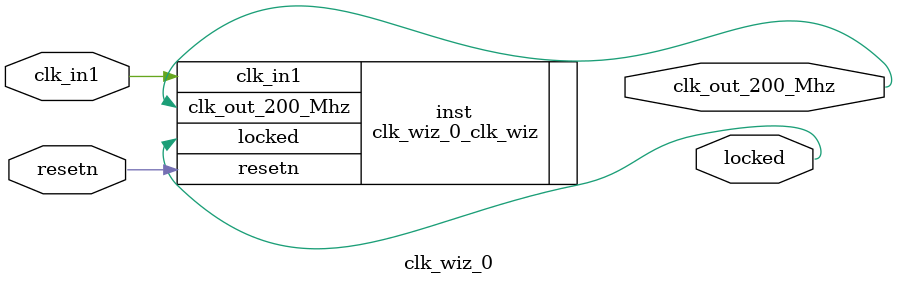
<source format=v>


`timescale 1ps/1ps

(* CORE_GENERATION_INFO = "clk_wiz_0,clk_wiz_v6_0_0_0,{component_name=clk_wiz_0,use_phase_alignment=true,use_min_o_jitter=false,use_max_i_jitter=false,use_dyn_phase_shift=false,use_inclk_switchover=false,use_dyn_reconfig=false,enable_axi=0,feedback_source=FDBK_AUTO,PRIMITIVE=MMCM,num_out_clk=1,clkin1_period=10.000,clkin2_period=10.000,use_power_down=false,use_reset=true,use_locked=true,use_inclk_stopped=false,feedback_type=SINGLE,CLOCK_MGR_TYPE=NA,manual_override=false}" *)

module clk_wiz_0 
 (
  // Clock out ports
  output        clk_out_200_Mhz,
  // Status and control signals
  input         resetn,
  output        locked,
 // Clock in ports
  input         clk_in1
 );

  clk_wiz_0_clk_wiz inst
  (
  // Clock out ports  
  .clk_out_200_Mhz(clk_out_200_Mhz),
  // Status and control signals               
  .resetn(resetn), 
  .locked(locked),
 // Clock in ports
  .clk_in1(clk_in1)
  );

endmodule

</source>
